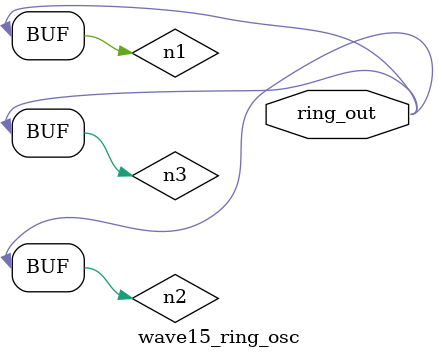
<source format=sv>
module wave15_ring_osc(
    output wire ring_out
);
    wire n1, n2, n3;
    assign #1 n1 = ~n3;
    assign #1 n2 = ~n1;
    assign #1 n3 = ~n2;
    assign ring_out = n3;
endmodule

</source>
